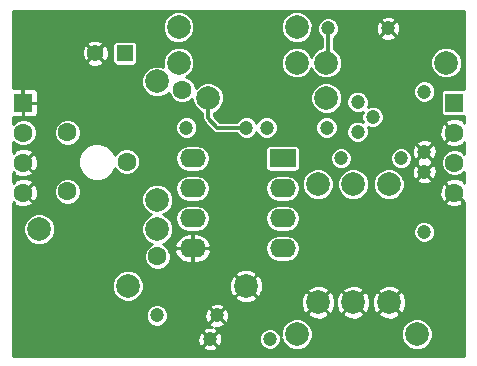
<source format=gtl>
G04 #@! TF.FileFunction,Copper,L1,Top,Signal*
%FSLAX46Y46*%
G04 Gerber Fmt 4.6, Leading zero omitted, Abs format (unit mm)*
G04 Created by KiCad (PCBNEW (2016-08-20 BZR 7083)-product) date Sun Jan  1 23:07:31 2017*
%MOMM*%
%LPD*%
G01*
G04 APERTURE LIST*
%ADD10C,0.100000*%
%ADD11C,1.200000*%
%ADD12R,1.400000X1.400000*%
%ADD13C,1.400000*%
%ADD14R,2.200000X1.600000*%
%ADD15O,2.200000X1.600000*%
%ADD16C,2.000000*%
%ADD17C,1.600000*%
%ADD18R,1.600000X1.600000*%
%ADD19C,0.900000*%
%ADD20C,0.300000*%
%ADD21C,0.290000*%
G04 APERTURE END LIST*
D10*
D11*
X35200000Y22740000D03*
X35200000Y17660000D03*
X35200000Y10860000D03*
X35200000Y15940000D03*
X27060000Y28100000D03*
X32140000Y28100000D03*
X22140000Y1800000D03*
X17060000Y1800000D03*
D12*
X9850000Y26000000D03*
D13*
X7350000Y26000000D03*
D11*
X33240000Y17100000D03*
X28160000Y17100000D03*
X26940000Y19700000D03*
X21860000Y19700000D03*
X20140000Y19700000D03*
X15060000Y19700000D03*
X12560000Y3800000D03*
X17640000Y3800000D03*
D14*
X23210000Y17110000D03*
D15*
X23210000Y14570000D03*
X23210000Y12030000D03*
X23210000Y9490000D03*
X15590000Y9490000D03*
X15590000Y12030000D03*
X15590000Y14570000D03*
X15590000Y17110000D03*
D16*
X37080000Y25200000D03*
X26920000Y25200000D03*
X34580000Y2200000D03*
X24420000Y2200000D03*
X24400000Y28200000D03*
X14400000Y28200000D03*
X14400000Y25200000D03*
X24400000Y25200000D03*
X32200000Y4900000D03*
X32200000Y14900000D03*
X29200000Y4900000D03*
X29200000Y14900000D03*
X26200000Y4900000D03*
X26200000Y14900000D03*
X26900000Y22200000D03*
X16900000Y22200000D03*
X12600000Y23600000D03*
X12600000Y13600000D03*
X20100000Y6300000D03*
X10100000Y6300000D03*
X12600000Y11100000D03*
X2600000Y11100000D03*
D17*
X10000000Y16800000D03*
X5000000Y14300000D03*
X5000000Y19300000D03*
D11*
X30835000Y20600000D03*
X29565000Y21870000D03*
X29565000Y19330000D03*
D17*
X37750000Y14190000D03*
X37750000Y16730000D03*
D18*
X37750000Y21810000D03*
D17*
X37750000Y19270000D03*
X1250000Y14190000D03*
X1250000Y16730000D03*
D18*
X1250000Y21810000D03*
D17*
X1250000Y19270000D03*
X14700000Y22900000D03*
X12600000Y8800000D03*
D19*
X25000000Y21700000D03*
X25100000Y16800000D03*
X30800000Y17400000D03*
X12200000Y28700000D03*
X18900000Y22200000D03*
X22600000Y23600000D03*
X22200000Y28800000D03*
X16000000Y26700000D03*
X32600000Y23400000D03*
X37900000Y28200000D03*
X30700000Y13400000D03*
X36700000Y8300000D03*
X37300000Y1600000D03*
X19500000Y17800000D03*
X19500000Y11100000D03*
X10600000Y24300000D03*
X7100000Y20800000D03*
X13600000Y21300000D03*
X13300000Y17400000D03*
X12300000Y6600000D03*
X13800000Y1100000D03*
X10200000Y3100000D03*
X5600000Y3100000D03*
X1500000Y3600000D03*
X2000000Y8200000D03*
X10500000Y10600000D03*
X7100000Y14000000D03*
X10900000Y15000000D03*
X1400000Y27700000D03*
D20*
X25100000Y16800000D02*
X26700000Y18400000D01*
X24500000Y21700000D02*
X25000000Y21700000D01*
X22600000Y23600000D02*
X24500000Y21700000D01*
X29800000Y17400000D02*
X30800000Y17400000D01*
X28800000Y18400000D02*
X29800000Y17400000D01*
X26700000Y18400000D02*
X28800000Y18400000D01*
X12200000Y28700000D02*
X12200000Y27300000D01*
X10050000Y28700000D02*
X12200000Y28700000D01*
X7350000Y26000000D02*
X10050000Y28700000D01*
X22600000Y28400000D02*
X22600000Y23600000D01*
X22200000Y28800000D02*
X22600000Y28400000D01*
X12800000Y26700000D02*
X16000000Y26700000D01*
X12200000Y27300000D02*
X12800000Y26700000D01*
X32600000Y20260000D02*
X32600000Y23400000D01*
X35200000Y17660000D02*
X32600000Y20260000D01*
X29200000Y4900000D02*
X30700000Y6400000D01*
X30700000Y6400000D02*
X30700000Y13400000D01*
X32200000Y4900000D02*
X33300000Y3800000D01*
X38500000Y13440000D02*
X37750000Y14190000D01*
X38500000Y12500000D02*
X38500000Y13440000D01*
X36700000Y10700000D02*
X38500000Y12500000D01*
X36700000Y8300000D02*
X36700000Y10700000D01*
X35100000Y3800000D02*
X37300000Y1600000D01*
X33300000Y3800000D02*
X35100000Y3800000D01*
X19500000Y11100000D02*
X19500000Y17800000D01*
X13300000Y17400000D02*
X10900000Y15000000D01*
X10600000Y24300000D02*
X7100000Y20800000D01*
X13600000Y21300000D02*
X13600000Y17700000D01*
X13600000Y17700000D02*
X13300000Y17400000D01*
X14500000Y4400000D02*
X12300000Y6600000D01*
X14500000Y1800000D02*
X14500000Y4400000D01*
X13800000Y1100000D02*
X14500000Y1800000D01*
X5600000Y3100000D02*
X10200000Y3100000D01*
X1500000Y7700000D02*
X1500000Y3600000D01*
X2000000Y8200000D02*
X1500000Y7700000D01*
X7100000Y14000000D02*
X10500000Y10600000D01*
X1250000Y21810000D02*
X1250000Y27550000D01*
X1250000Y27550000D02*
X1400000Y27700000D01*
X27060000Y28100000D02*
X27060000Y25340000D01*
X20140000Y19700000D02*
X17700000Y19700000D01*
X16900000Y20500000D02*
X16900000Y22200000D01*
X17700000Y19700000D02*
X16900000Y20500000D01*
D21*
G36*
X38605000Y22950818D02*
X38550000Y22961758D01*
X36950000Y22961758D01*
X36815388Y22934982D01*
X36701270Y22858730D01*
X36625018Y22744612D01*
X36598242Y22610000D01*
X36598242Y21010000D01*
X36625018Y20875388D01*
X36701270Y20761270D01*
X36815388Y20685018D01*
X36950000Y20658242D01*
X38550000Y20658242D01*
X38605000Y20669182D01*
X38605000Y20132074D01*
X38565385Y20092459D01*
X38492079Y20299890D01*
X38041469Y20505475D01*
X37546487Y20522971D01*
X37082487Y20349714D01*
X37007921Y20299890D01*
X36934614Y20092457D01*
X37750000Y19277071D01*
X37764143Y19291213D01*
X37771214Y19284142D01*
X37757071Y19270000D01*
X37771214Y19255857D01*
X37764143Y19248786D01*
X37750000Y19262929D01*
X36934614Y18447543D01*
X37007921Y18240110D01*
X37458531Y18034525D01*
X37953513Y18017029D01*
X38417513Y18190286D01*
X38492079Y18240110D01*
X38565385Y18447541D01*
X38605000Y18407926D01*
X38605000Y17494196D01*
X38399437Y17700118D01*
X37978754Y17874801D01*
X37523245Y17875198D01*
X37102257Y17701250D01*
X36779882Y17379437D01*
X36605199Y16958754D01*
X36604802Y16503245D01*
X36778750Y16082257D01*
X37100563Y15759882D01*
X37521246Y15585199D01*
X37976755Y15584802D01*
X38397743Y15758750D01*
X38605000Y15965646D01*
X38605000Y15052074D01*
X38565385Y15012459D01*
X38492079Y15219890D01*
X38041469Y15425475D01*
X37546487Y15442971D01*
X37082487Y15269714D01*
X37007921Y15219890D01*
X36934614Y15012457D01*
X37750000Y14197071D01*
X37764143Y14211213D01*
X37771214Y14204142D01*
X37757071Y14190000D01*
X37771214Y14175857D01*
X37764143Y14168786D01*
X37750000Y14182929D01*
X36934614Y13367543D01*
X37007921Y13160110D01*
X37458531Y12954525D01*
X37953513Y12937029D01*
X38417513Y13110286D01*
X38492079Y13160110D01*
X38565385Y13367541D01*
X38605000Y13327926D01*
X38605000Y395000D01*
X395000Y395000D01*
X395000Y1121736D01*
X16388807Y1121736D01*
X16437783Y935085D01*
X16816135Y762811D01*
X17231613Y748439D01*
X17620965Y894158D01*
X17682217Y935085D01*
X17731193Y1121736D01*
X17060000Y1792929D01*
X16388807Y1121736D01*
X395000Y1121736D01*
X395000Y1628387D01*
X16008439Y1628387D01*
X16154158Y1239035D01*
X16195085Y1177783D01*
X16381736Y1128807D01*
X17052929Y1800000D01*
X17067071Y1800000D01*
X17738264Y1128807D01*
X17924915Y1177783D01*
X18097189Y1556135D01*
X18099150Y1612852D01*
X21194836Y1612852D01*
X21338401Y1265400D01*
X21604001Y999335D01*
X21951203Y855164D01*
X22327148Y854836D01*
X22674600Y998401D01*
X22940665Y1264001D01*
X23084836Y1611203D01*
X23085096Y1908640D01*
X23279100Y1439114D01*
X23657124Y1060429D01*
X24151289Y855234D01*
X24686363Y854767D01*
X25180886Y1059100D01*
X25559571Y1437124D01*
X25764766Y1931289D01*
X25764768Y1933637D01*
X33234767Y1933637D01*
X33439100Y1439114D01*
X33817124Y1060429D01*
X34311289Y855234D01*
X34846363Y854767D01*
X35340886Y1059100D01*
X35719571Y1437124D01*
X35924766Y1931289D01*
X35925233Y2466363D01*
X35720900Y2960886D01*
X35342876Y3339571D01*
X34848711Y3544766D01*
X34313637Y3545233D01*
X33819114Y3340900D01*
X33440429Y2962876D01*
X33235234Y2468711D01*
X33234767Y1933637D01*
X25764768Y1933637D01*
X25765233Y2466363D01*
X25560900Y2960886D01*
X25182876Y3339571D01*
X24688711Y3544766D01*
X24153637Y3545233D01*
X23659114Y3340900D01*
X23280429Y2962876D01*
X23075234Y2468711D01*
X23074836Y2012145D01*
X22941599Y2334600D01*
X22675999Y2600665D01*
X22328797Y2744836D01*
X21952852Y2745164D01*
X21605400Y2601599D01*
X21339335Y2335999D01*
X21195164Y1988797D01*
X21194836Y1612852D01*
X18099150Y1612852D01*
X18111561Y1971613D01*
X17965842Y2360965D01*
X17924915Y2422217D01*
X17738264Y2471193D01*
X17067071Y1800000D01*
X17052929Y1800000D01*
X16381736Y2471193D01*
X16195085Y2422217D01*
X16022811Y2043865D01*
X16008439Y1628387D01*
X395000Y1628387D01*
X395000Y2478264D01*
X16388807Y2478264D01*
X17060000Y1807071D01*
X17731193Y2478264D01*
X17682217Y2664915D01*
X17473060Y2760150D01*
X17811613Y2748439D01*
X18200965Y2894158D01*
X18262217Y2935085D01*
X18311193Y3121736D01*
X17640000Y3792929D01*
X16968807Y3121736D01*
X17017783Y2935085D01*
X17226940Y2839850D01*
X16888387Y2851561D01*
X16499035Y2705842D01*
X16437783Y2664915D01*
X16388807Y2478264D01*
X395000Y2478264D01*
X395000Y3612852D01*
X11614836Y3612852D01*
X11758401Y3265400D01*
X12024001Y2999335D01*
X12371203Y2855164D01*
X12747148Y2854836D01*
X13094600Y2998401D01*
X13360665Y3264001D01*
X13504836Y3611203D01*
X13504850Y3628387D01*
X16588439Y3628387D01*
X16734158Y3239035D01*
X16775085Y3177783D01*
X16961736Y3128807D01*
X17632929Y3800000D01*
X17647071Y3800000D01*
X18318264Y3128807D01*
X18504915Y3177783D01*
X18677189Y3556135D01*
X18690237Y3933350D01*
X25240421Y3933350D01*
X25338060Y3705136D01*
X25860926Y3466240D01*
X26435413Y3445620D01*
X26974061Y3646416D01*
X27061940Y3705136D01*
X27159579Y3933350D01*
X28240421Y3933350D01*
X28338060Y3705136D01*
X28860926Y3466240D01*
X29435413Y3445620D01*
X29974061Y3646416D01*
X30061940Y3705136D01*
X30159579Y3933350D01*
X31240421Y3933350D01*
X31338060Y3705136D01*
X31860926Y3466240D01*
X32435413Y3445620D01*
X32974061Y3646416D01*
X33061940Y3705136D01*
X33159579Y3933350D01*
X32200000Y4892929D01*
X31240421Y3933350D01*
X30159579Y3933350D01*
X29200000Y4892929D01*
X28240421Y3933350D01*
X27159579Y3933350D01*
X26200000Y4892929D01*
X25240421Y3933350D01*
X18690237Y3933350D01*
X18691561Y3971613D01*
X18545842Y4360965D01*
X18504915Y4422217D01*
X18318264Y4471193D01*
X17647071Y3800000D01*
X17632929Y3800000D01*
X16961736Y4471193D01*
X16775085Y4422217D01*
X16602811Y4043865D01*
X16588439Y3628387D01*
X13504850Y3628387D01*
X13505164Y3987148D01*
X13361599Y4334600D01*
X13218187Y4478264D01*
X16968807Y4478264D01*
X17640000Y3807071D01*
X18311193Y4478264D01*
X18262304Y4664587D01*
X24745620Y4664587D01*
X24946416Y4125939D01*
X25005136Y4038060D01*
X25233350Y3940421D01*
X26192929Y4900000D01*
X26207071Y4900000D01*
X27166650Y3940421D01*
X27394864Y4038060D01*
X27633760Y4560926D01*
X27637480Y4664587D01*
X27745620Y4664587D01*
X27946416Y4125939D01*
X28005136Y4038060D01*
X28233350Y3940421D01*
X29192929Y4900000D01*
X29207071Y4900000D01*
X30166650Y3940421D01*
X30394864Y4038060D01*
X30633760Y4560926D01*
X30637480Y4664587D01*
X30745620Y4664587D01*
X30946416Y4125939D01*
X31005136Y4038060D01*
X31233350Y3940421D01*
X32192929Y4900000D01*
X32207071Y4900000D01*
X33166650Y3940421D01*
X33394864Y4038060D01*
X33633760Y4560926D01*
X33654380Y5135413D01*
X33453584Y5674061D01*
X33394864Y5761940D01*
X33166650Y5859579D01*
X32207071Y4900000D01*
X32192929Y4900000D01*
X31233350Y5859579D01*
X31005136Y5761940D01*
X30766240Y5239074D01*
X30745620Y4664587D01*
X30637480Y4664587D01*
X30654380Y5135413D01*
X30453584Y5674061D01*
X30394864Y5761940D01*
X30166650Y5859579D01*
X29207071Y4900000D01*
X29192929Y4900000D01*
X28233350Y5859579D01*
X28005136Y5761940D01*
X27766240Y5239074D01*
X27745620Y4664587D01*
X27637480Y4664587D01*
X27654380Y5135413D01*
X27453584Y5674061D01*
X27394864Y5761940D01*
X27166650Y5859579D01*
X26207071Y4900000D01*
X26192929Y4900000D01*
X25233350Y5859579D01*
X25005136Y5761940D01*
X24766240Y5239074D01*
X24745620Y4664587D01*
X18262304Y4664587D01*
X18262217Y4664915D01*
X17883865Y4837189D01*
X17468387Y4851561D01*
X17079035Y4705842D01*
X17017783Y4664915D01*
X16968807Y4478264D01*
X13218187Y4478264D01*
X13095999Y4600665D01*
X12748797Y4744836D01*
X12372852Y4745164D01*
X12025400Y4601599D01*
X11759335Y4335999D01*
X11615164Y3988797D01*
X11614836Y3612852D01*
X395000Y3612852D01*
X395000Y6033637D01*
X8754767Y6033637D01*
X8959100Y5539114D01*
X9337124Y5160429D01*
X9831289Y4955234D01*
X10366363Y4954767D01*
X10860886Y5159100D01*
X11035440Y5333350D01*
X19140421Y5333350D01*
X19238060Y5105136D01*
X19760926Y4866240D01*
X20335413Y4845620D01*
X20874061Y5046416D01*
X20961940Y5105136D01*
X21059579Y5333350D01*
X20100000Y6292929D01*
X19140421Y5333350D01*
X11035440Y5333350D01*
X11239571Y5537124D01*
X11444766Y6031289D01*
X11444795Y6064587D01*
X18645620Y6064587D01*
X18846416Y5525939D01*
X18905136Y5438060D01*
X19133350Y5340421D01*
X20092929Y6300000D01*
X20107071Y6300000D01*
X21066650Y5340421D01*
X21294864Y5438060D01*
X21490685Y5866650D01*
X25240421Y5866650D01*
X26200000Y4907071D01*
X27159579Y5866650D01*
X28240421Y5866650D01*
X29200000Y4907071D01*
X30159579Y5866650D01*
X31240421Y5866650D01*
X32200000Y4907071D01*
X33159579Y5866650D01*
X33061940Y6094864D01*
X32539074Y6333760D01*
X31964587Y6354380D01*
X31425939Y6153584D01*
X31338060Y6094864D01*
X31240421Y5866650D01*
X30159579Y5866650D01*
X30061940Y6094864D01*
X29539074Y6333760D01*
X28964587Y6354380D01*
X28425939Y6153584D01*
X28338060Y6094864D01*
X28240421Y5866650D01*
X27159579Y5866650D01*
X27061940Y6094864D01*
X26539074Y6333760D01*
X25964587Y6354380D01*
X25425939Y6153584D01*
X25338060Y6094864D01*
X25240421Y5866650D01*
X21490685Y5866650D01*
X21533760Y5960926D01*
X21554380Y6535413D01*
X21353584Y7074061D01*
X21294864Y7161940D01*
X21066650Y7259579D01*
X20107071Y6300000D01*
X20092929Y6300000D01*
X19133350Y7259579D01*
X18905136Y7161940D01*
X18666240Y6639074D01*
X18645620Y6064587D01*
X11444795Y6064587D01*
X11445233Y6566363D01*
X11240900Y7060886D01*
X11035496Y7266650D01*
X19140421Y7266650D01*
X20100000Y6307071D01*
X21059579Y7266650D01*
X20961940Y7494864D01*
X20439074Y7733760D01*
X19864587Y7754380D01*
X19325939Y7553584D01*
X19238060Y7494864D01*
X19140421Y7266650D01*
X11035496Y7266650D01*
X10862876Y7439571D01*
X10368711Y7644766D01*
X9833637Y7645233D01*
X9339114Y7440900D01*
X8960429Y7062876D01*
X8755234Y6568711D01*
X8754767Y6033637D01*
X395000Y6033637D01*
X395000Y10833637D01*
X1254767Y10833637D01*
X1459100Y10339114D01*
X1837124Y9960429D01*
X2331289Y9755234D01*
X2866363Y9754767D01*
X3360886Y9959100D01*
X3739571Y10337124D01*
X3944766Y10831289D01*
X3945233Y11366363D01*
X3740900Y11860886D01*
X3362876Y12239571D01*
X2868711Y12444766D01*
X2333637Y12445233D01*
X1839114Y12240900D01*
X1460429Y11862876D01*
X1255234Y11368711D01*
X1254767Y10833637D01*
X395000Y10833637D01*
X395000Y13327926D01*
X434615Y13367541D01*
X507921Y13160110D01*
X958531Y12954525D01*
X1453513Y12937029D01*
X1917513Y13110286D01*
X1992079Y13160110D01*
X2065386Y13367543D01*
X1250000Y14182929D01*
X1235858Y14168786D01*
X1228787Y14175857D01*
X1242929Y14190000D01*
X1257071Y14190000D01*
X2072457Y13374614D01*
X2279890Y13447921D01*
X2485475Y13898531D01*
X2491650Y14073245D01*
X3854802Y14073245D01*
X4028750Y13652257D01*
X4350563Y13329882D01*
X4771246Y13155199D01*
X5226755Y13154802D01*
X5647743Y13328750D01*
X5652638Y13333637D01*
X11254767Y13333637D01*
X11459100Y12839114D01*
X11837124Y12460429D01*
X12103111Y12349982D01*
X11839114Y12240900D01*
X11460429Y11862876D01*
X11255234Y11368711D01*
X11254767Y10833637D01*
X11459100Y10339114D01*
X11837124Y9960429D01*
X12122908Y9841761D01*
X11952257Y9771250D01*
X11629882Y9449437D01*
X11455199Y9028754D01*
X11454802Y8573245D01*
X11628750Y8152257D01*
X11950563Y7829882D01*
X12371246Y7655199D01*
X12826755Y7654802D01*
X13247743Y7828750D01*
X13570118Y8150563D01*
X13744801Y8571246D01*
X13745198Y9026755D01*
X13636304Y9290302D01*
X14061120Y9290302D01*
X14137857Y9018178D01*
X14406117Y8613187D01*
X14808940Y8341683D01*
X15285000Y8245000D01*
X15585000Y8245000D01*
X15585000Y9485000D01*
X15595000Y9485000D01*
X15595000Y8245000D01*
X15895000Y8245000D01*
X16371060Y8341683D01*
X16773883Y8613187D01*
X17042143Y9018178D01*
X17118880Y9290302D01*
X17023739Y9485000D01*
X15595000Y9485000D01*
X15585000Y9485000D01*
X14156261Y9485000D01*
X14061120Y9290302D01*
X13636304Y9290302D01*
X13571250Y9447743D01*
X13529067Y9490000D01*
X21736691Y9490000D01*
X21823849Y9051827D01*
X22072054Y8680363D01*
X22443518Y8432158D01*
X22881691Y8345000D01*
X23538309Y8345000D01*
X23976482Y8432158D01*
X24347946Y8680363D01*
X24596151Y9051827D01*
X24683309Y9490000D01*
X24596151Y9928173D01*
X24347946Y10299637D01*
X23976482Y10547842D01*
X23538309Y10635000D01*
X22881691Y10635000D01*
X22443518Y10547842D01*
X22072054Y10299637D01*
X21823849Y9928173D01*
X21736691Y9490000D01*
X13529067Y9490000D01*
X13329717Y9689698D01*
X14061120Y9689698D01*
X14156261Y9495000D01*
X15585000Y9495000D01*
X15585000Y10735000D01*
X15595000Y10735000D01*
X15595000Y9495000D01*
X17023739Y9495000D01*
X17118880Y9689698D01*
X17042143Y9961822D01*
X16773883Y10366813D01*
X16371060Y10638317D01*
X16201013Y10672852D01*
X34254836Y10672852D01*
X34398401Y10325400D01*
X34664001Y10059335D01*
X35011203Y9915164D01*
X35387148Y9914836D01*
X35734600Y10058401D01*
X36000665Y10324001D01*
X36144836Y10671203D01*
X36145164Y11047148D01*
X36001599Y11394600D01*
X35735999Y11660665D01*
X35388797Y11804836D01*
X35012852Y11805164D01*
X34665400Y11661599D01*
X34399335Y11395999D01*
X34255164Y11048797D01*
X34254836Y10672852D01*
X16201013Y10672852D01*
X15895000Y10735000D01*
X15595000Y10735000D01*
X15585000Y10735000D01*
X15285000Y10735000D01*
X14808940Y10638317D01*
X14406117Y10366813D01*
X14137857Y9961822D01*
X14061120Y9689698D01*
X13329717Y9689698D01*
X13249437Y9770118D01*
X13076903Y9841760D01*
X13360886Y9959100D01*
X13739571Y10337124D01*
X13944766Y10831289D01*
X13945233Y11366363D01*
X13740900Y11860886D01*
X13572082Y12030000D01*
X14116691Y12030000D01*
X14203849Y11591827D01*
X14452054Y11220363D01*
X14823518Y10972158D01*
X15261691Y10885000D01*
X15918309Y10885000D01*
X16356482Y10972158D01*
X16727946Y11220363D01*
X16976151Y11591827D01*
X17063309Y12030000D01*
X21736691Y12030000D01*
X21823849Y11591827D01*
X22072054Y11220363D01*
X22443518Y10972158D01*
X22881691Y10885000D01*
X23538309Y10885000D01*
X23976482Y10972158D01*
X24347946Y11220363D01*
X24596151Y11591827D01*
X24683309Y12030000D01*
X24596151Y12468173D01*
X24347946Y12839637D01*
X23976482Y13087842D01*
X23538309Y13175000D01*
X22881691Y13175000D01*
X22443518Y13087842D01*
X22072054Y12839637D01*
X21823849Y12468173D01*
X21736691Y12030000D01*
X17063309Y12030000D01*
X16976151Y12468173D01*
X16727946Y12839637D01*
X16356482Y13087842D01*
X15918309Y13175000D01*
X15261691Y13175000D01*
X14823518Y13087842D01*
X14452054Y12839637D01*
X14203849Y12468173D01*
X14116691Y12030000D01*
X13572082Y12030000D01*
X13362876Y12239571D01*
X13096889Y12350018D01*
X13360886Y12459100D01*
X13739571Y12837124D01*
X13944766Y13331289D01*
X13945233Y13866363D01*
X13740900Y14360886D01*
X13532152Y14570000D01*
X14116691Y14570000D01*
X14203849Y14131827D01*
X14452054Y13760363D01*
X14823518Y13512158D01*
X15261691Y13425000D01*
X15918309Y13425000D01*
X16356482Y13512158D01*
X16727946Y13760363D01*
X16976151Y14131827D01*
X17063309Y14570000D01*
X21736691Y14570000D01*
X21823849Y14131827D01*
X22072054Y13760363D01*
X22443518Y13512158D01*
X22881691Y13425000D01*
X23538309Y13425000D01*
X23976482Y13512158D01*
X24347946Y13760363D01*
X24596151Y14131827D01*
X24683309Y14570000D01*
X24670651Y14633637D01*
X24854767Y14633637D01*
X25059100Y14139114D01*
X25437124Y13760429D01*
X25931289Y13555234D01*
X26466363Y13554767D01*
X26960886Y13759100D01*
X27339571Y14137124D01*
X27544766Y14631289D01*
X27544768Y14633637D01*
X27854767Y14633637D01*
X28059100Y14139114D01*
X28437124Y13760429D01*
X28931289Y13555234D01*
X29466363Y13554767D01*
X29960886Y13759100D01*
X30339571Y14137124D01*
X30544766Y14631289D01*
X30544768Y14633637D01*
X30854767Y14633637D01*
X31059100Y14139114D01*
X31437124Y13760429D01*
X31931289Y13555234D01*
X32466363Y13554767D01*
X32960886Y13759100D01*
X33188670Y13986487D01*
X36497029Y13986487D01*
X36670286Y13522487D01*
X36720110Y13447921D01*
X36927543Y13374614D01*
X37742929Y14190000D01*
X36927543Y15005386D01*
X36720110Y14932079D01*
X36514525Y14481469D01*
X36497029Y13986487D01*
X33188670Y13986487D01*
X33339571Y14137124D01*
X33544766Y14631289D01*
X33545233Y15166363D01*
X33505826Y15261736D01*
X34528807Y15261736D01*
X34577783Y15075085D01*
X34956135Y14902811D01*
X35371613Y14888439D01*
X35760965Y15034158D01*
X35822217Y15075085D01*
X35871193Y15261736D01*
X35200000Y15932929D01*
X34528807Y15261736D01*
X33505826Y15261736D01*
X33340900Y15660886D01*
X33233587Y15768387D01*
X34148439Y15768387D01*
X34294158Y15379035D01*
X34335085Y15317783D01*
X34521736Y15268807D01*
X35192929Y15940000D01*
X35207071Y15940000D01*
X35878264Y15268807D01*
X36064915Y15317783D01*
X36237189Y15696135D01*
X36251561Y16111613D01*
X36105842Y16500965D01*
X36064915Y16562217D01*
X35878264Y16611193D01*
X35207071Y15940000D01*
X35192929Y15940000D01*
X34521736Y16611193D01*
X34335085Y16562217D01*
X34162811Y16183865D01*
X34148439Y15768387D01*
X33233587Y15768387D01*
X32962876Y16039571D01*
X32468711Y16244766D01*
X31933637Y16245233D01*
X31439114Y16040900D01*
X31060429Y15662876D01*
X30855234Y15168711D01*
X30854767Y14633637D01*
X30544768Y14633637D01*
X30545233Y15166363D01*
X30340900Y15660886D01*
X29962876Y16039571D01*
X29468711Y16244766D01*
X28933637Y16245233D01*
X28439114Y16040900D01*
X28060429Y15662876D01*
X27855234Y15168711D01*
X27854767Y14633637D01*
X27544768Y14633637D01*
X27545233Y15166363D01*
X27340900Y15660886D01*
X26962876Y16039571D01*
X26468711Y16244766D01*
X25933637Y16245233D01*
X25439114Y16040900D01*
X25060429Y15662876D01*
X24855234Y15168711D01*
X24854767Y14633637D01*
X24670651Y14633637D01*
X24596151Y15008173D01*
X24347946Y15379637D01*
X23976482Y15627842D01*
X23538309Y15715000D01*
X22881691Y15715000D01*
X22443518Y15627842D01*
X22072054Y15379637D01*
X21823849Y15008173D01*
X21736691Y14570000D01*
X17063309Y14570000D01*
X16976151Y15008173D01*
X16727946Y15379637D01*
X16356482Y15627842D01*
X15918309Y15715000D01*
X15261691Y15715000D01*
X14823518Y15627842D01*
X14452054Y15379637D01*
X14203849Y15008173D01*
X14116691Y14570000D01*
X13532152Y14570000D01*
X13362876Y14739571D01*
X12868711Y14944766D01*
X12333637Y14945233D01*
X11839114Y14740900D01*
X11460429Y14362876D01*
X11255234Y13868711D01*
X11254767Y13333637D01*
X5652638Y13333637D01*
X5970118Y13650563D01*
X6144801Y14071246D01*
X6145198Y14526755D01*
X5971250Y14947743D01*
X5649437Y15270118D01*
X5228754Y15444801D01*
X4773245Y15445198D01*
X4352257Y15271250D01*
X4029882Y14949437D01*
X3855199Y14528754D01*
X3854802Y14073245D01*
X2491650Y14073245D01*
X2502971Y14393513D01*
X2329714Y14857513D01*
X2279890Y14932079D01*
X2072457Y15005386D01*
X1257071Y14190000D01*
X1242929Y14190000D01*
X1228787Y14204142D01*
X1235858Y14211213D01*
X1250000Y14197071D01*
X2065386Y15012457D01*
X1992079Y15219890D01*
X1541469Y15425475D01*
X1046487Y15442971D01*
X582487Y15269714D01*
X507921Y15219890D01*
X434615Y15012459D01*
X395000Y15052074D01*
X395000Y15867926D01*
X434615Y15907541D01*
X507921Y15700110D01*
X958531Y15494525D01*
X1453513Y15477029D01*
X1917513Y15650286D01*
X1992079Y15700110D01*
X2065386Y15907543D01*
X1250000Y16722929D01*
X1235858Y16708786D01*
X1228787Y16715857D01*
X1242929Y16730000D01*
X1257071Y16730000D01*
X2072457Y15914614D01*
X2279890Y15987921D01*
X2485475Y16438531D01*
X2487086Y16484127D01*
X5904724Y16484127D01*
X6147036Y15897685D01*
X6595325Y15448613D01*
X7181343Y15205277D01*
X7815873Y15204724D01*
X8402315Y15447036D01*
X8851387Y15895325D01*
X8993500Y16237570D01*
X9028750Y16152257D01*
X9350563Y15829882D01*
X9771246Y15655199D01*
X10226755Y15654802D01*
X10647743Y15828750D01*
X10970118Y16150563D01*
X11144801Y16571246D01*
X11145198Y17026755D01*
X11110803Y17110000D01*
X14116691Y17110000D01*
X14203849Y16671827D01*
X14452054Y16300363D01*
X14823518Y16052158D01*
X15261691Y15965000D01*
X15918309Y15965000D01*
X16356482Y16052158D01*
X16727946Y16300363D01*
X16976151Y16671827D01*
X17063309Y17110000D01*
X16976151Y17548173D01*
X16734386Y17910000D01*
X21758242Y17910000D01*
X21758242Y16310000D01*
X21785018Y16175388D01*
X21861270Y16061270D01*
X21975388Y15985018D01*
X22110000Y15958242D01*
X24310000Y15958242D01*
X24444612Y15985018D01*
X24558730Y16061270D01*
X24634982Y16175388D01*
X24661758Y16310000D01*
X24661758Y16912852D01*
X27214836Y16912852D01*
X27358401Y16565400D01*
X27624001Y16299335D01*
X27971203Y16155164D01*
X28347148Y16154836D01*
X28694600Y16298401D01*
X28960665Y16564001D01*
X29104836Y16911203D01*
X29104837Y16912852D01*
X32294836Y16912852D01*
X32438401Y16565400D01*
X32704001Y16299335D01*
X33051203Y16155164D01*
X33427148Y16154836D01*
X33774600Y16298401D01*
X34040665Y16564001D01*
X34184836Y16911203D01*
X34184897Y16981736D01*
X34528807Y16981736D01*
X34576493Y16800000D01*
X34528807Y16618264D01*
X35200000Y15947071D01*
X35871193Y16618264D01*
X35823507Y16800000D01*
X35871193Y16981736D01*
X35200000Y17652929D01*
X34528807Y16981736D01*
X34184897Y16981736D01*
X34185164Y17287148D01*
X34102014Y17488387D01*
X34148439Y17488387D01*
X34294158Y17099035D01*
X34335085Y17037783D01*
X34521736Y16988807D01*
X35192929Y17660000D01*
X35207071Y17660000D01*
X35878264Y16988807D01*
X36064915Y17037783D01*
X36237189Y17416135D01*
X36251561Y17831613D01*
X36105842Y18220965D01*
X36064915Y18282217D01*
X35878264Y18331193D01*
X35207071Y17660000D01*
X35192929Y17660000D01*
X34521736Y18331193D01*
X34335085Y18282217D01*
X34162811Y17903865D01*
X34148439Y17488387D01*
X34102014Y17488387D01*
X34041599Y17634600D01*
X33775999Y17900665D01*
X33428797Y18044836D01*
X33052852Y18045164D01*
X32705400Y17901599D01*
X32439335Y17635999D01*
X32295164Y17288797D01*
X32294836Y16912852D01*
X29104837Y16912852D01*
X29105164Y17287148D01*
X28961599Y17634600D01*
X28695999Y17900665D01*
X28348797Y18044836D01*
X27972852Y18045164D01*
X27625400Y17901599D01*
X27359335Y17635999D01*
X27215164Y17288797D01*
X27214836Y16912852D01*
X24661758Y16912852D01*
X24661758Y17910000D01*
X24634982Y18044612D01*
X24558730Y18158730D01*
X24444612Y18234982D01*
X24310000Y18261758D01*
X22110000Y18261758D01*
X21975388Y18234982D01*
X21861270Y18158730D01*
X21785018Y18044612D01*
X21758242Y17910000D01*
X16734386Y17910000D01*
X16727946Y17919637D01*
X16356482Y18167842D01*
X15918309Y18255000D01*
X15261691Y18255000D01*
X14823518Y18167842D01*
X14452054Y17919637D01*
X14203849Y17548173D01*
X14116691Y17110000D01*
X11110803Y17110000D01*
X10971250Y17447743D01*
X10649437Y17770118D01*
X10228754Y17944801D01*
X9773245Y17945198D01*
X9352257Y17771250D01*
X9029882Y17449437D01*
X8993577Y17362005D01*
X8852964Y17702315D01*
X8404675Y18151387D01*
X7954626Y18338264D01*
X34528807Y18338264D01*
X35200000Y17667071D01*
X35871193Y18338264D01*
X35822217Y18524915D01*
X35443865Y18697189D01*
X35028387Y18711561D01*
X34639035Y18565842D01*
X34577783Y18524915D01*
X34528807Y18338264D01*
X7954626Y18338264D01*
X7818657Y18394723D01*
X7184127Y18395276D01*
X6597685Y18152964D01*
X6148613Y17704675D01*
X5905277Y17118657D01*
X5904724Y16484127D01*
X2487086Y16484127D01*
X2502971Y16933513D01*
X2329714Y17397513D01*
X2279890Y17472079D01*
X2072457Y17545386D01*
X1257071Y16730000D01*
X1242929Y16730000D01*
X1228787Y16744142D01*
X1235858Y16751213D01*
X1250000Y16737071D01*
X2065386Y17552457D01*
X1992079Y17759890D01*
X1541469Y17965475D01*
X1046487Y17982971D01*
X582487Y17809714D01*
X507921Y17759890D01*
X434615Y17552459D01*
X395000Y17592074D01*
X395000Y18505804D01*
X600563Y18299882D01*
X1021246Y18125199D01*
X1476755Y18124802D01*
X1897743Y18298750D01*
X2220118Y18620563D01*
X2394801Y19041246D01*
X2394828Y19073245D01*
X3854802Y19073245D01*
X4028750Y18652257D01*
X4350563Y18329882D01*
X4771246Y18155199D01*
X5226755Y18154802D01*
X5647743Y18328750D01*
X5970118Y18650563D01*
X6144801Y19071246D01*
X6145185Y19512852D01*
X14114836Y19512852D01*
X14258401Y19165400D01*
X14524001Y18899335D01*
X14871203Y18755164D01*
X15247148Y18754836D01*
X15594600Y18898401D01*
X15860665Y19164001D01*
X16004836Y19511203D01*
X16005164Y19887148D01*
X15861599Y20234600D01*
X15595999Y20500665D01*
X15248797Y20644836D01*
X14872852Y20645164D01*
X14525400Y20501599D01*
X14259335Y20235999D01*
X14115164Y19888797D01*
X14114836Y19512852D01*
X6145185Y19512852D01*
X6145198Y19526755D01*
X5971250Y19947743D01*
X5649437Y20270118D01*
X5228754Y20444801D01*
X4773245Y20445198D01*
X4352257Y20271250D01*
X4029882Y19949437D01*
X3855199Y19528754D01*
X3854802Y19073245D01*
X2394828Y19073245D01*
X2395198Y19496755D01*
X2221250Y19917743D01*
X1899437Y20240118D01*
X1478754Y20414801D01*
X1023245Y20415198D01*
X602257Y20241250D01*
X395000Y20034354D01*
X395000Y20565000D01*
X1133750Y20565000D01*
X1245000Y20676250D01*
X1245000Y21805000D01*
X1255000Y21805000D01*
X1255000Y20676250D01*
X1366250Y20565000D01*
X2138516Y20565000D01*
X2302072Y20632747D01*
X2427253Y20757928D01*
X2495000Y20921484D01*
X2495000Y21693750D01*
X2383750Y21805000D01*
X1255000Y21805000D01*
X1245000Y21805000D01*
X1225000Y21805000D01*
X1225000Y21815000D01*
X1245000Y21815000D01*
X1245000Y22943750D01*
X1255000Y22943750D01*
X1255000Y21815000D01*
X2383750Y21815000D01*
X2495000Y21926250D01*
X2495000Y22698516D01*
X2427253Y22862072D01*
X2302072Y22987253D01*
X2138516Y23055000D01*
X1366250Y23055000D01*
X1255000Y22943750D01*
X1245000Y22943750D01*
X1133750Y23055000D01*
X395000Y23055000D01*
X395000Y23333637D01*
X11254767Y23333637D01*
X11459100Y22839114D01*
X11837124Y22460429D01*
X12331289Y22255234D01*
X12866363Y22254767D01*
X13360886Y22459100D01*
X13560819Y22658684D01*
X13728750Y22252257D01*
X14050563Y21929882D01*
X14471246Y21755199D01*
X14926755Y21754802D01*
X15347743Y21928750D01*
X15554943Y22135589D01*
X15554767Y21933637D01*
X15759100Y21439114D01*
X16137124Y21060429D01*
X16405000Y20949197D01*
X16405000Y20500000D01*
X16442680Y20310572D01*
X16549982Y20149982D01*
X17349982Y19349982D01*
X17510572Y19242680D01*
X17700000Y19205000D01*
X19322039Y19205000D01*
X19338401Y19165400D01*
X19604001Y18899335D01*
X19951203Y18755164D01*
X20327148Y18754836D01*
X20674600Y18898401D01*
X20940665Y19164001D01*
X20999968Y19306818D01*
X21058401Y19165400D01*
X21324001Y18899335D01*
X21671203Y18755164D01*
X22047148Y18754836D01*
X22394600Y18898401D01*
X22660665Y19164001D01*
X22804836Y19511203D01*
X22804837Y19512852D01*
X25994836Y19512852D01*
X26138401Y19165400D01*
X26404001Y18899335D01*
X26751203Y18755164D01*
X27127148Y18754836D01*
X27474600Y18898401D01*
X27740665Y19164001D01*
X27884836Y19511203D01*
X27885164Y19887148D01*
X27741599Y20234600D01*
X27475999Y20500665D01*
X27128797Y20644836D01*
X26752852Y20645164D01*
X26405400Y20501599D01*
X26139335Y20235999D01*
X25995164Y19888797D01*
X25994836Y19512852D01*
X22804837Y19512852D01*
X22805164Y19887148D01*
X22661599Y20234600D01*
X22395999Y20500665D01*
X22048797Y20644836D01*
X21672852Y20645164D01*
X21325400Y20501599D01*
X21059335Y20235999D01*
X21000032Y20093182D01*
X20941599Y20234600D01*
X20675999Y20500665D01*
X20328797Y20644836D01*
X19952852Y20645164D01*
X19605400Y20501599D01*
X19339335Y20235999D01*
X19322311Y20195000D01*
X17905036Y20195000D01*
X17395000Y20705036D01*
X17395000Y20949238D01*
X17660886Y21059100D01*
X18039571Y21437124D01*
X18244766Y21931289D01*
X18244768Y21933637D01*
X25554767Y21933637D01*
X25759100Y21439114D01*
X26137124Y21060429D01*
X26631289Y20855234D01*
X27166363Y20854767D01*
X27660886Y21059100D01*
X28039571Y21437124D01*
X28141606Y21682852D01*
X28619836Y21682852D01*
X28763401Y21335400D01*
X29029001Y21069335D01*
X29376203Y20925164D01*
X29752148Y20924836D01*
X29986936Y21021849D01*
X29890164Y20788797D01*
X29889836Y20412852D01*
X29986849Y20178064D01*
X29753797Y20274836D01*
X29377852Y20275164D01*
X29030400Y20131599D01*
X28764335Y19865999D01*
X28620164Y19518797D01*
X28619836Y19142852D01*
X28763401Y18795400D01*
X29029001Y18529335D01*
X29376203Y18385164D01*
X29752148Y18384836D01*
X30099600Y18528401D01*
X30365665Y18794001D01*
X30478811Y19066487D01*
X36497029Y19066487D01*
X36670286Y18602487D01*
X36720110Y18527921D01*
X36927543Y18454614D01*
X37742929Y19270000D01*
X36927543Y20085386D01*
X36720110Y20012079D01*
X36514525Y19561469D01*
X36497029Y19066487D01*
X30478811Y19066487D01*
X30509836Y19141203D01*
X30510164Y19517148D01*
X30413151Y19751936D01*
X30646203Y19655164D01*
X31022148Y19654836D01*
X31369600Y19798401D01*
X31635665Y20064001D01*
X31779836Y20411203D01*
X31780164Y20787148D01*
X31636599Y21134600D01*
X31370999Y21400665D01*
X31023797Y21544836D01*
X30647852Y21545164D01*
X30413064Y21448151D01*
X30509836Y21681203D01*
X30510164Y22057148D01*
X30366599Y22404600D01*
X30218607Y22552852D01*
X34254836Y22552852D01*
X34398401Y22205400D01*
X34664001Y21939335D01*
X35011203Y21795164D01*
X35387148Y21794836D01*
X35734600Y21938401D01*
X36000665Y22204001D01*
X36144836Y22551203D01*
X36145164Y22927148D01*
X36001599Y23274600D01*
X35735999Y23540665D01*
X35388797Y23684836D01*
X35012852Y23685164D01*
X34665400Y23541599D01*
X34399335Y23275999D01*
X34255164Y22928797D01*
X34254836Y22552852D01*
X30218607Y22552852D01*
X30100999Y22670665D01*
X29753797Y22814836D01*
X29377852Y22815164D01*
X29030400Y22671599D01*
X28764335Y22405999D01*
X28620164Y22058797D01*
X28619836Y21682852D01*
X28141606Y21682852D01*
X28244766Y21931289D01*
X28245233Y22466363D01*
X28040900Y22960886D01*
X27662876Y23339571D01*
X27168711Y23544766D01*
X26633637Y23545233D01*
X26139114Y23340900D01*
X25760429Y22962876D01*
X25555234Y22468711D01*
X25554767Y21933637D01*
X18244768Y21933637D01*
X18245233Y22466363D01*
X18040900Y22960886D01*
X17662876Y23339571D01*
X17168711Y23544766D01*
X16633637Y23545233D01*
X16139114Y23340900D01*
X15845129Y23047428D01*
X15845198Y23126755D01*
X15671250Y23547743D01*
X15349437Y23870118D01*
X15027273Y24003892D01*
X15160886Y24059100D01*
X15539571Y24437124D01*
X15744766Y24931289D01*
X15744768Y24933637D01*
X23054767Y24933637D01*
X23259100Y24439114D01*
X23637124Y24060429D01*
X24131289Y23855234D01*
X24666363Y23854767D01*
X25160886Y24059100D01*
X25539571Y24437124D01*
X25660043Y24727253D01*
X25779100Y24439114D01*
X26157124Y24060429D01*
X26651289Y23855234D01*
X27186363Y23854767D01*
X27680886Y24059100D01*
X28059571Y24437124D01*
X28264766Y24931289D01*
X28264768Y24933637D01*
X35734767Y24933637D01*
X35939100Y24439114D01*
X36317124Y24060429D01*
X36811289Y23855234D01*
X37346363Y23854767D01*
X37840886Y24059100D01*
X38219571Y24437124D01*
X38424766Y24931289D01*
X38425233Y25466363D01*
X38220900Y25960886D01*
X37842876Y26339571D01*
X37348711Y26544766D01*
X36813637Y26545233D01*
X36319114Y26340900D01*
X35940429Y25962876D01*
X35735234Y25468711D01*
X35734767Y24933637D01*
X28264768Y24933637D01*
X28265233Y25466363D01*
X28060900Y25960886D01*
X27682876Y26339571D01*
X27555000Y26392670D01*
X27555000Y27282039D01*
X27594600Y27298401D01*
X27718150Y27421736D01*
X31468807Y27421736D01*
X31517783Y27235085D01*
X31896135Y27062811D01*
X32311613Y27048439D01*
X32700965Y27194158D01*
X32762217Y27235085D01*
X32811193Y27421736D01*
X32140000Y28092929D01*
X31468807Y27421736D01*
X27718150Y27421736D01*
X27860665Y27564001D01*
X28004836Y27911203D01*
X28004850Y27928387D01*
X31088439Y27928387D01*
X31234158Y27539035D01*
X31275085Y27477783D01*
X31461736Y27428807D01*
X32132929Y28100000D01*
X32147071Y28100000D01*
X32818264Y27428807D01*
X33004915Y27477783D01*
X33177189Y27856135D01*
X33191561Y28271613D01*
X33045842Y28660965D01*
X33004915Y28722217D01*
X32818264Y28771193D01*
X32147071Y28100000D01*
X32132929Y28100000D01*
X31461736Y28771193D01*
X31275085Y28722217D01*
X31102811Y28343865D01*
X31088439Y27928387D01*
X28004850Y27928387D01*
X28005164Y28287148D01*
X27861599Y28634600D01*
X27718187Y28778264D01*
X31468807Y28778264D01*
X32140000Y28107071D01*
X32811193Y28778264D01*
X32762217Y28964915D01*
X32383865Y29137189D01*
X31968387Y29151561D01*
X31579035Y29005842D01*
X31517783Y28964915D01*
X31468807Y28778264D01*
X27718187Y28778264D01*
X27595999Y28900665D01*
X27248797Y29044836D01*
X26872852Y29045164D01*
X26525400Y28901599D01*
X26259335Y28635999D01*
X26115164Y28288797D01*
X26114836Y27912852D01*
X26258401Y27565400D01*
X26524001Y27299335D01*
X26565000Y27282311D01*
X26565000Y26508609D01*
X26159114Y26340900D01*
X25780429Y25962876D01*
X25659957Y25672747D01*
X25540900Y25960886D01*
X25162876Y26339571D01*
X24668711Y26544766D01*
X24133637Y26545233D01*
X23639114Y26340900D01*
X23260429Y25962876D01*
X23055234Y25468711D01*
X23054767Y24933637D01*
X15744768Y24933637D01*
X15745233Y25466363D01*
X15540900Y25960886D01*
X15162876Y26339571D01*
X14668711Y26544766D01*
X14133637Y26545233D01*
X13639114Y26340900D01*
X13260429Y25962876D01*
X13055234Y25468711D01*
X13054767Y24933637D01*
X13087749Y24853813D01*
X12868711Y24944766D01*
X12333637Y24945233D01*
X11839114Y24740900D01*
X11460429Y24362876D01*
X11255234Y23868711D01*
X11254767Y23333637D01*
X395000Y23333637D01*
X395000Y25249639D01*
X6606711Y25249639D01*
X6667852Y25052598D01*
X7082333Y24863667D01*
X7537564Y24847733D01*
X7964240Y25007222D01*
X8032148Y25052598D01*
X8093289Y25249639D01*
X7350000Y25992929D01*
X6606711Y25249639D01*
X395000Y25249639D01*
X395000Y25812436D01*
X6197733Y25812436D01*
X6357222Y25385760D01*
X6402598Y25317852D01*
X6599639Y25256711D01*
X7342929Y26000000D01*
X7357071Y26000000D01*
X8100361Y25256711D01*
X8297402Y25317852D01*
X8486333Y25732333D01*
X8502267Y26187564D01*
X8342778Y26614240D01*
X8297402Y26682148D01*
X8239870Y26700000D01*
X8798242Y26700000D01*
X8798242Y25300000D01*
X8825018Y25165388D01*
X8901270Y25051270D01*
X9015388Y24975018D01*
X9150000Y24948242D01*
X10550000Y24948242D01*
X10684612Y24975018D01*
X10798730Y25051270D01*
X10874982Y25165388D01*
X10901758Y25300000D01*
X10901758Y26700000D01*
X10874982Y26834612D01*
X10798730Y26948730D01*
X10684612Y27024982D01*
X10550000Y27051758D01*
X9150000Y27051758D01*
X9015388Y27024982D01*
X8901270Y26948730D01*
X8825018Y26834612D01*
X8798242Y26700000D01*
X8239870Y26700000D01*
X8100361Y26743289D01*
X7357071Y26000000D01*
X7342929Y26000000D01*
X6599639Y26743289D01*
X6402598Y26682148D01*
X6213667Y26267667D01*
X6197733Y25812436D01*
X395000Y25812436D01*
X395000Y26750361D01*
X6606711Y26750361D01*
X7350000Y26007071D01*
X8093289Y26750361D01*
X8032148Y26947402D01*
X7617667Y27136333D01*
X7162436Y27152267D01*
X6735760Y26992778D01*
X6667852Y26947402D01*
X6606711Y26750361D01*
X395000Y26750361D01*
X395000Y27933637D01*
X13054767Y27933637D01*
X13259100Y27439114D01*
X13637124Y27060429D01*
X14131289Y26855234D01*
X14666363Y26854767D01*
X15160886Y27059100D01*
X15539571Y27437124D01*
X15744766Y27931289D01*
X15744768Y27933637D01*
X23054767Y27933637D01*
X23259100Y27439114D01*
X23637124Y27060429D01*
X24131289Y26855234D01*
X24666363Y26854767D01*
X25160886Y27059100D01*
X25539571Y27437124D01*
X25744766Y27931289D01*
X25745233Y28466363D01*
X25540900Y28960886D01*
X25162876Y29339571D01*
X24668711Y29544766D01*
X24133637Y29545233D01*
X23639114Y29340900D01*
X23260429Y28962876D01*
X23055234Y28468711D01*
X23054767Y27933637D01*
X15744768Y27933637D01*
X15745233Y28466363D01*
X15540900Y28960886D01*
X15162876Y29339571D01*
X14668711Y29544766D01*
X14133637Y29545233D01*
X13639114Y29340900D01*
X13260429Y28962876D01*
X13055234Y28468711D01*
X13054767Y27933637D01*
X395000Y27933637D01*
X395000Y29605000D01*
X38605000Y29605000D01*
X38605000Y22950818D01*
X38605000Y22950818D01*
G37*
X38605000Y22950818D02*
X38550000Y22961758D01*
X36950000Y22961758D01*
X36815388Y22934982D01*
X36701270Y22858730D01*
X36625018Y22744612D01*
X36598242Y22610000D01*
X36598242Y21010000D01*
X36625018Y20875388D01*
X36701270Y20761270D01*
X36815388Y20685018D01*
X36950000Y20658242D01*
X38550000Y20658242D01*
X38605000Y20669182D01*
X38605000Y20132074D01*
X38565385Y20092459D01*
X38492079Y20299890D01*
X38041469Y20505475D01*
X37546487Y20522971D01*
X37082487Y20349714D01*
X37007921Y20299890D01*
X36934614Y20092457D01*
X37750000Y19277071D01*
X37764143Y19291213D01*
X37771214Y19284142D01*
X37757071Y19270000D01*
X37771214Y19255857D01*
X37764143Y19248786D01*
X37750000Y19262929D01*
X36934614Y18447543D01*
X37007921Y18240110D01*
X37458531Y18034525D01*
X37953513Y18017029D01*
X38417513Y18190286D01*
X38492079Y18240110D01*
X38565385Y18447541D01*
X38605000Y18407926D01*
X38605000Y17494196D01*
X38399437Y17700118D01*
X37978754Y17874801D01*
X37523245Y17875198D01*
X37102257Y17701250D01*
X36779882Y17379437D01*
X36605199Y16958754D01*
X36604802Y16503245D01*
X36778750Y16082257D01*
X37100563Y15759882D01*
X37521246Y15585199D01*
X37976755Y15584802D01*
X38397743Y15758750D01*
X38605000Y15965646D01*
X38605000Y15052074D01*
X38565385Y15012459D01*
X38492079Y15219890D01*
X38041469Y15425475D01*
X37546487Y15442971D01*
X37082487Y15269714D01*
X37007921Y15219890D01*
X36934614Y15012457D01*
X37750000Y14197071D01*
X37764143Y14211213D01*
X37771214Y14204142D01*
X37757071Y14190000D01*
X37771214Y14175857D01*
X37764143Y14168786D01*
X37750000Y14182929D01*
X36934614Y13367543D01*
X37007921Y13160110D01*
X37458531Y12954525D01*
X37953513Y12937029D01*
X38417513Y13110286D01*
X38492079Y13160110D01*
X38565385Y13367541D01*
X38605000Y13327926D01*
X38605000Y395000D01*
X395000Y395000D01*
X395000Y1121736D01*
X16388807Y1121736D01*
X16437783Y935085D01*
X16816135Y762811D01*
X17231613Y748439D01*
X17620965Y894158D01*
X17682217Y935085D01*
X17731193Y1121736D01*
X17060000Y1792929D01*
X16388807Y1121736D01*
X395000Y1121736D01*
X395000Y1628387D01*
X16008439Y1628387D01*
X16154158Y1239035D01*
X16195085Y1177783D01*
X16381736Y1128807D01*
X17052929Y1800000D01*
X17067071Y1800000D01*
X17738264Y1128807D01*
X17924915Y1177783D01*
X18097189Y1556135D01*
X18099150Y1612852D01*
X21194836Y1612852D01*
X21338401Y1265400D01*
X21604001Y999335D01*
X21951203Y855164D01*
X22327148Y854836D01*
X22674600Y998401D01*
X22940665Y1264001D01*
X23084836Y1611203D01*
X23085096Y1908640D01*
X23279100Y1439114D01*
X23657124Y1060429D01*
X24151289Y855234D01*
X24686363Y854767D01*
X25180886Y1059100D01*
X25559571Y1437124D01*
X25764766Y1931289D01*
X25764768Y1933637D01*
X33234767Y1933637D01*
X33439100Y1439114D01*
X33817124Y1060429D01*
X34311289Y855234D01*
X34846363Y854767D01*
X35340886Y1059100D01*
X35719571Y1437124D01*
X35924766Y1931289D01*
X35925233Y2466363D01*
X35720900Y2960886D01*
X35342876Y3339571D01*
X34848711Y3544766D01*
X34313637Y3545233D01*
X33819114Y3340900D01*
X33440429Y2962876D01*
X33235234Y2468711D01*
X33234767Y1933637D01*
X25764768Y1933637D01*
X25765233Y2466363D01*
X25560900Y2960886D01*
X25182876Y3339571D01*
X24688711Y3544766D01*
X24153637Y3545233D01*
X23659114Y3340900D01*
X23280429Y2962876D01*
X23075234Y2468711D01*
X23074836Y2012145D01*
X22941599Y2334600D01*
X22675999Y2600665D01*
X22328797Y2744836D01*
X21952852Y2745164D01*
X21605400Y2601599D01*
X21339335Y2335999D01*
X21195164Y1988797D01*
X21194836Y1612852D01*
X18099150Y1612852D01*
X18111561Y1971613D01*
X17965842Y2360965D01*
X17924915Y2422217D01*
X17738264Y2471193D01*
X17067071Y1800000D01*
X17052929Y1800000D01*
X16381736Y2471193D01*
X16195085Y2422217D01*
X16022811Y2043865D01*
X16008439Y1628387D01*
X395000Y1628387D01*
X395000Y2478264D01*
X16388807Y2478264D01*
X17060000Y1807071D01*
X17731193Y2478264D01*
X17682217Y2664915D01*
X17473060Y2760150D01*
X17811613Y2748439D01*
X18200965Y2894158D01*
X18262217Y2935085D01*
X18311193Y3121736D01*
X17640000Y3792929D01*
X16968807Y3121736D01*
X17017783Y2935085D01*
X17226940Y2839850D01*
X16888387Y2851561D01*
X16499035Y2705842D01*
X16437783Y2664915D01*
X16388807Y2478264D01*
X395000Y2478264D01*
X395000Y3612852D01*
X11614836Y3612852D01*
X11758401Y3265400D01*
X12024001Y2999335D01*
X12371203Y2855164D01*
X12747148Y2854836D01*
X13094600Y2998401D01*
X13360665Y3264001D01*
X13504836Y3611203D01*
X13504850Y3628387D01*
X16588439Y3628387D01*
X16734158Y3239035D01*
X16775085Y3177783D01*
X16961736Y3128807D01*
X17632929Y3800000D01*
X17647071Y3800000D01*
X18318264Y3128807D01*
X18504915Y3177783D01*
X18677189Y3556135D01*
X18690237Y3933350D01*
X25240421Y3933350D01*
X25338060Y3705136D01*
X25860926Y3466240D01*
X26435413Y3445620D01*
X26974061Y3646416D01*
X27061940Y3705136D01*
X27159579Y3933350D01*
X28240421Y3933350D01*
X28338060Y3705136D01*
X28860926Y3466240D01*
X29435413Y3445620D01*
X29974061Y3646416D01*
X30061940Y3705136D01*
X30159579Y3933350D01*
X31240421Y3933350D01*
X31338060Y3705136D01*
X31860926Y3466240D01*
X32435413Y3445620D01*
X32974061Y3646416D01*
X33061940Y3705136D01*
X33159579Y3933350D01*
X32200000Y4892929D01*
X31240421Y3933350D01*
X30159579Y3933350D01*
X29200000Y4892929D01*
X28240421Y3933350D01*
X27159579Y3933350D01*
X26200000Y4892929D01*
X25240421Y3933350D01*
X18690237Y3933350D01*
X18691561Y3971613D01*
X18545842Y4360965D01*
X18504915Y4422217D01*
X18318264Y4471193D01*
X17647071Y3800000D01*
X17632929Y3800000D01*
X16961736Y4471193D01*
X16775085Y4422217D01*
X16602811Y4043865D01*
X16588439Y3628387D01*
X13504850Y3628387D01*
X13505164Y3987148D01*
X13361599Y4334600D01*
X13218187Y4478264D01*
X16968807Y4478264D01*
X17640000Y3807071D01*
X18311193Y4478264D01*
X18262304Y4664587D01*
X24745620Y4664587D01*
X24946416Y4125939D01*
X25005136Y4038060D01*
X25233350Y3940421D01*
X26192929Y4900000D01*
X26207071Y4900000D01*
X27166650Y3940421D01*
X27394864Y4038060D01*
X27633760Y4560926D01*
X27637480Y4664587D01*
X27745620Y4664587D01*
X27946416Y4125939D01*
X28005136Y4038060D01*
X28233350Y3940421D01*
X29192929Y4900000D01*
X29207071Y4900000D01*
X30166650Y3940421D01*
X30394864Y4038060D01*
X30633760Y4560926D01*
X30637480Y4664587D01*
X30745620Y4664587D01*
X30946416Y4125939D01*
X31005136Y4038060D01*
X31233350Y3940421D01*
X32192929Y4900000D01*
X32207071Y4900000D01*
X33166650Y3940421D01*
X33394864Y4038060D01*
X33633760Y4560926D01*
X33654380Y5135413D01*
X33453584Y5674061D01*
X33394864Y5761940D01*
X33166650Y5859579D01*
X32207071Y4900000D01*
X32192929Y4900000D01*
X31233350Y5859579D01*
X31005136Y5761940D01*
X30766240Y5239074D01*
X30745620Y4664587D01*
X30637480Y4664587D01*
X30654380Y5135413D01*
X30453584Y5674061D01*
X30394864Y5761940D01*
X30166650Y5859579D01*
X29207071Y4900000D01*
X29192929Y4900000D01*
X28233350Y5859579D01*
X28005136Y5761940D01*
X27766240Y5239074D01*
X27745620Y4664587D01*
X27637480Y4664587D01*
X27654380Y5135413D01*
X27453584Y5674061D01*
X27394864Y5761940D01*
X27166650Y5859579D01*
X26207071Y4900000D01*
X26192929Y4900000D01*
X25233350Y5859579D01*
X25005136Y5761940D01*
X24766240Y5239074D01*
X24745620Y4664587D01*
X18262304Y4664587D01*
X18262217Y4664915D01*
X17883865Y4837189D01*
X17468387Y4851561D01*
X17079035Y4705842D01*
X17017783Y4664915D01*
X16968807Y4478264D01*
X13218187Y4478264D01*
X13095999Y4600665D01*
X12748797Y4744836D01*
X12372852Y4745164D01*
X12025400Y4601599D01*
X11759335Y4335999D01*
X11615164Y3988797D01*
X11614836Y3612852D01*
X395000Y3612852D01*
X395000Y6033637D01*
X8754767Y6033637D01*
X8959100Y5539114D01*
X9337124Y5160429D01*
X9831289Y4955234D01*
X10366363Y4954767D01*
X10860886Y5159100D01*
X11035440Y5333350D01*
X19140421Y5333350D01*
X19238060Y5105136D01*
X19760926Y4866240D01*
X20335413Y4845620D01*
X20874061Y5046416D01*
X20961940Y5105136D01*
X21059579Y5333350D01*
X20100000Y6292929D01*
X19140421Y5333350D01*
X11035440Y5333350D01*
X11239571Y5537124D01*
X11444766Y6031289D01*
X11444795Y6064587D01*
X18645620Y6064587D01*
X18846416Y5525939D01*
X18905136Y5438060D01*
X19133350Y5340421D01*
X20092929Y6300000D01*
X20107071Y6300000D01*
X21066650Y5340421D01*
X21294864Y5438060D01*
X21490685Y5866650D01*
X25240421Y5866650D01*
X26200000Y4907071D01*
X27159579Y5866650D01*
X28240421Y5866650D01*
X29200000Y4907071D01*
X30159579Y5866650D01*
X31240421Y5866650D01*
X32200000Y4907071D01*
X33159579Y5866650D01*
X33061940Y6094864D01*
X32539074Y6333760D01*
X31964587Y6354380D01*
X31425939Y6153584D01*
X31338060Y6094864D01*
X31240421Y5866650D01*
X30159579Y5866650D01*
X30061940Y6094864D01*
X29539074Y6333760D01*
X28964587Y6354380D01*
X28425939Y6153584D01*
X28338060Y6094864D01*
X28240421Y5866650D01*
X27159579Y5866650D01*
X27061940Y6094864D01*
X26539074Y6333760D01*
X25964587Y6354380D01*
X25425939Y6153584D01*
X25338060Y6094864D01*
X25240421Y5866650D01*
X21490685Y5866650D01*
X21533760Y5960926D01*
X21554380Y6535413D01*
X21353584Y7074061D01*
X21294864Y7161940D01*
X21066650Y7259579D01*
X20107071Y6300000D01*
X20092929Y6300000D01*
X19133350Y7259579D01*
X18905136Y7161940D01*
X18666240Y6639074D01*
X18645620Y6064587D01*
X11444795Y6064587D01*
X11445233Y6566363D01*
X11240900Y7060886D01*
X11035496Y7266650D01*
X19140421Y7266650D01*
X20100000Y6307071D01*
X21059579Y7266650D01*
X20961940Y7494864D01*
X20439074Y7733760D01*
X19864587Y7754380D01*
X19325939Y7553584D01*
X19238060Y7494864D01*
X19140421Y7266650D01*
X11035496Y7266650D01*
X10862876Y7439571D01*
X10368711Y7644766D01*
X9833637Y7645233D01*
X9339114Y7440900D01*
X8960429Y7062876D01*
X8755234Y6568711D01*
X8754767Y6033637D01*
X395000Y6033637D01*
X395000Y10833637D01*
X1254767Y10833637D01*
X1459100Y10339114D01*
X1837124Y9960429D01*
X2331289Y9755234D01*
X2866363Y9754767D01*
X3360886Y9959100D01*
X3739571Y10337124D01*
X3944766Y10831289D01*
X3945233Y11366363D01*
X3740900Y11860886D01*
X3362876Y12239571D01*
X2868711Y12444766D01*
X2333637Y12445233D01*
X1839114Y12240900D01*
X1460429Y11862876D01*
X1255234Y11368711D01*
X1254767Y10833637D01*
X395000Y10833637D01*
X395000Y13327926D01*
X434615Y13367541D01*
X507921Y13160110D01*
X958531Y12954525D01*
X1453513Y12937029D01*
X1917513Y13110286D01*
X1992079Y13160110D01*
X2065386Y13367543D01*
X1250000Y14182929D01*
X1235858Y14168786D01*
X1228787Y14175857D01*
X1242929Y14190000D01*
X1257071Y14190000D01*
X2072457Y13374614D01*
X2279890Y13447921D01*
X2485475Y13898531D01*
X2491650Y14073245D01*
X3854802Y14073245D01*
X4028750Y13652257D01*
X4350563Y13329882D01*
X4771246Y13155199D01*
X5226755Y13154802D01*
X5647743Y13328750D01*
X5652638Y13333637D01*
X11254767Y13333637D01*
X11459100Y12839114D01*
X11837124Y12460429D01*
X12103111Y12349982D01*
X11839114Y12240900D01*
X11460429Y11862876D01*
X11255234Y11368711D01*
X11254767Y10833637D01*
X11459100Y10339114D01*
X11837124Y9960429D01*
X12122908Y9841761D01*
X11952257Y9771250D01*
X11629882Y9449437D01*
X11455199Y9028754D01*
X11454802Y8573245D01*
X11628750Y8152257D01*
X11950563Y7829882D01*
X12371246Y7655199D01*
X12826755Y7654802D01*
X13247743Y7828750D01*
X13570118Y8150563D01*
X13744801Y8571246D01*
X13745198Y9026755D01*
X13636304Y9290302D01*
X14061120Y9290302D01*
X14137857Y9018178D01*
X14406117Y8613187D01*
X14808940Y8341683D01*
X15285000Y8245000D01*
X15585000Y8245000D01*
X15585000Y9485000D01*
X15595000Y9485000D01*
X15595000Y8245000D01*
X15895000Y8245000D01*
X16371060Y8341683D01*
X16773883Y8613187D01*
X17042143Y9018178D01*
X17118880Y9290302D01*
X17023739Y9485000D01*
X15595000Y9485000D01*
X15585000Y9485000D01*
X14156261Y9485000D01*
X14061120Y9290302D01*
X13636304Y9290302D01*
X13571250Y9447743D01*
X13529067Y9490000D01*
X21736691Y9490000D01*
X21823849Y9051827D01*
X22072054Y8680363D01*
X22443518Y8432158D01*
X22881691Y8345000D01*
X23538309Y8345000D01*
X23976482Y8432158D01*
X24347946Y8680363D01*
X24596151Y9051827D01*
X24683309Y9490000D01*
X24596151Y9928173D01*
X24347946Y10299637D01*
X23976482Y10547842D01*
X23538309Y10635000D01*
X22881691Y10635000D01*
X22443518Y10547842D01*
X22072054Y10299637D01*
X21823849Y9928173D01*
X21736691Y9490000D01*
X13529067Y9490000D01*
X13329717Y9689698D01*
X14061120Y9689698D01*
X14156261Y9495000D01*
X15585000Y9495000D01*
X15585000Y10735000D01*
X15595000Y10735000D01*
X15595000Y9495000D01*
X17023739Y9495000D01*
X17118880Y9689698D01*
X17042143Y9961822D01*
X16773883Y10366813D01*
X16371060Y10638317D01*
X16201013Y10672852D01*
X34254836Y10672852D01*
X34398401Y10325400D01*
X34664001Y10059335D01*
X35011203Y9915164D01*
X35387148Y9914836D01*
X35734600Y10058401D01*
X36000665Y10324001D01*
X36144836Y10671203D01*
X36145164Y11047148D01*
X36001599Y11394600D01*
X35735999Y11660665D01*
X35388797Y11804836D01*
X35012852Y11805164D01*
X34665400Y11661599D01*
X34399335Y11395999D01*
X34255164Y11048797D01*
X34254836Y10672852D01*
X16201013Y10672852D01*
X15895000Y10735000D01*
X15595000Y10735000D01*
X15585000Y10735000D01*
X15285000Y10735000D01*
X14808940Y10638317D01*
X14406117Y10366813D01*
X14137857Y9961822D01*
X14061120Y9689698D01*
X13329717Y9689698D01*
X13249437Y9770118D01*
X13076903Y9841760D01*
X13360886Y9959100D01*
X13739571Y10337124D01*
X13944766Y10831289D01*
X13945233Y11366363D01*
X13740900Y11860886D01*
X13572082Y12030000D01*
X14116691Y12030000D01*
X14203849Y11591827D01*
X14452054Y11220363D01*
X14823518Y10972158D01*
X15261691Y10885000D01*
X15918309Y10885000D01*
X16356482Y10972158D01*
X16727946Y11220363D01*
X16976151Y11591827D01*
X17063309Y12030000D01*
X21736691Y12030000D01*
X21823849Y11591827D01*
X22072054Y11220363D01*
X22443518Y10972158D01*
X22881691Y10885000D01*
X23538309Y10885000D01*
X23976482Y10972158D01*
X24347946Y11220363D01*
X24596151Y11591827D01*
X24683309Y12030000D01*
X24596151Y12468173D01*
X24347946Y12839637D01*
X23976482Y13087842D01*
X23538309Y13175000D01*
X22881691Y13175000D01*
X22443518Y13087842D01*
X22072054Y12839637D01*
X21823849Y12468173D01*
X21736691Y12030000D01*
X17063309Y12030000D01*
X16976151Y12468173D01*
X16727946Y12839637D01*
X16356482Y13087842D01*
X15918309Y13175000D01*
X15261691Y13175000D01*
X14823518Y13087842D01*
X14452054Y12839637D01*
X14203849Y12468173D01*
X14116691Y12030000D01*
X13572082Y12030000D01*
X13362876Y12239571D01*
X13096889Y12350018D01*
X13360886Y12459100D01*
X13739571Y12837124D01*
X13944766Y13331289D01*
X13945233Y13866363D01*
X13740900Y14360886D01*
X13532152Y14570000D01*
X14116691Y14570000D01*
X14203849Y14131827D01*
X14452054Y13760363D01*
X14823518Y13512158D01*
X15261691Y13425000D01*
X15918309Y13425000D01*
X16356482Y13512158D01*
X16727946Y13760363D01*
X16976151Y14131827D01*
X17063309Y14570000D01*
X21736691Y14570000D01*
X21823849Y14131827D01*
X22072054Y13760363D01*
X22443518Y13512158D01*
X22881691Y13425000D01*
X23538309Y13425000D01*
X23976482Y13512158D01*
X24347946Y13760363D01*
X24596151Y14131827D01*
X24683309Y14570000D01*
X24670651Y14633637D01*
X24854767Y14633637D01*
X25059100Y14139114D01*
X25437124Y13760429D01*
X25931289Y13555234D01*
X26466363Y13554767D01*
X26960886Y13759100D01*
X27339571Y14137124D01*
X27544766Y14631289D01*
X27544768Y14633637D01*
X27854767Y14633637D01*
X28059100Y14139114D01*
X28437124Y13760429D01*
X28931289Y13555234D01*
X29466363Y13554767D01*
X29960886Y13759100D01*
X30339571Y14137124D01*
X30544766Y14631289D01*
X30544768Y14633637D01*
X30854767Y14633637D01*
X31059100Y14139114D01*
X31437124Y13760429D01*
X31931289Y13555234D01*
X32466363Y13554767D01*
X32960886Y13759100D01*
X33188670Y13986487D01*
X36497029Y13986487D01*
X36670286Y13522487D01*
X36720110Y13447921D01*
X36927543Y13374614D01*
X37742929Y14190000D01*
X36927543Y15005386D01*
X36720110Y14932079D01*
X36514525Y14481469D01*
X36497029Y13986487D01*
X33188670Y13986487D01*
X33339571Y14137124D01*
X33544766Y14631289D01*
X33545233Y15166363D01*
X33505826Y15261736D01*
X34528807Y15261736D01*
X34577783Y15075085D01*
X34956135Y14902811D01*
X35371613Y14888439D01*
X35760965Y15034158D01*
X35822217Y15075085D01*
X35871193Y15261736D01*
X35200000Y15932929D01*
X34528807Y15261736D01*
X33505826Y15261736D01*
X33340900Y15660886D01*
X33233587Y15768387D01*
X34148439Y15768387D01*
X34294158Y15379035D01*
X34335085Y15317783D01*
X34521736Y15268807D01*
X35192929Y15940000D01*
X35207071Y15940000D01*
X35878264Y15268807D01*
X36064915Y15317783D01*
X36237189Y15696135D01*
X36251561Y16111613D01*
X36105842Y16500965D01*
X36064915Y16562217D01*
X35878264Y16611193D01*
X35207071Y15940000D01*
X35192929Y15940000D01*
X34521736Y16611193D01*
X34335085Y16562217D01*
X34162811Y16183865D01*
X34148439Y15768387D01*
X33233587Y15768387D01*
X32962876Y16039571D01*
X32468711Y16244766D01*
X31933637Y16245233D01*
X31439114Y16040900D01*
X31060429Y15662876D01*
X30855234Y15168711D01*
X30854767Y14633637D01*
X30544768Y14633637D01*
X30545233Y15166363D01*
X30340900Y15660886D01*
X29962876Y16039571D01*
X29468711Y16244766D01*
X28933637Y16245233D01*
X28439114Y16040900D01*
X28060429Y15662876D01*
X27855234Y15168711D01*
X27854767Y14633637D01*
X27544768Y14633637D01*
X27545233Y15166363D01*
X27340900Y15660886D01*
X26962876Y16039571D01*
X26468711Y16244766D01*
X25933637Y16245233D01*
X25439114Y16040900D01*
X25060429Y15662876D01*
X24855234Y15168711D01*
X24854767Y14633637D01*
X24670651Y14633637D01*
X24596151Y15008173D01*
X24347946Y15379637D01*
X23976482Y15627842D01*
X23538309Y15715000D01*
X22881691Y15715000D01*
X22443518Y15627842D01*
X22072054Y15379637D01*
X21823849Y15008173D01*
X21736691Y14570000D01*
X17063309Y14570000D01*
X16976151Y15008173D01*
X16727946Y15379637D01*
X16356482Y15627842D01*
X15918309Y15715000D01*
X15261691Y15715000D01*
X14823518Y15627842D01*
X14452054Y15379637D01*
X14203849Y15008173D01*
X14116691Y14570000D01*
X13532152Y14570000D01*
X13362876Y14739571D01*
X12868711Y14944766D01*
X12333637Y14945233D01*
X11839114Y14740900D01*
X11460429Y14362876D01*
X11255234Y13868711D01*
X11254767Y13333637D01*
X5652638Y13333637D01*
X5970118Y13650563D01*
X6144801Y14071246D01*
X6145198Y14526755D01*
X5971250Y14947743D01*
X5649437Y15270118D01*
X5228754Y15444801D01*
X4773245Y15445198D01*
X4352257Y15271250D01*
X4029882Y14949437D01*
X3855199Y14528754D01*
X3854802Y14073245D01*
X2491650Y14073245D01*
X2502971Y14393513D01*
X2329714Y14857513D01*
X2279890Y14932079D01*
X2072457Y15005386D01*
X1257071Y14190000D01*
X1242929Y14190000D01*
X1228787Y14204142D01*
X1235858Y14211213D01*
X1250000Y14197071D01*
X2065386Y15012457D01*
X1992079Y15219890D01*
X1541469Y15425475D01*
X1046487Y15442971D01*
X582487Y15269714D01*
X507921Y15219890D01*
X434615Y15012459D01*
X395000Y15052074D01*
X395000Y15867926D01*
X434615Y15907541D01*
X507921Y15700110D01*
X958531Y15494525D01*
X1453513Y15477029D01*
X1917513Y15650286D01*
X1992079Y15700110D01*
X2065386Y15907543D01*
X1250000Y16722929D01*
X1235858Y16708786D01*
X1228787Y16715857D01*
X1242929Y16730000D01*
X1257071Y16730000D01*
X2072457Y15914614D01*
X2279890Y15987921D01*
X2485475Y16438531D01*
X2487086Y16484127D01*
X5904724Y16484127D01*
X6147036Y15897685D01*
X6595325Y15448613D01*
X7181343Y15205277D01*
X7815873Y15204724D01*
X8402315Y15447036D01*
X8851387Y15895325D01*
X8993500Y16237570D01*
X9028750Y16152257D01*
X9350563Y15829882D01*
X9771246Y15655199D01*
X10226755Y15654802D01*
X10647743Y15828750D01*
X10970118Y16150563D01*
X11144801Y16571246D01*
X11145198Y17026755D01*
X11110803Y17110000D01*
X14116691Y17110000D01*
X14203849Y16671827D01*
X14452054Y16300363D01*
X14823518Y16052158D01*
X15261691Y15965000D01*
X15918309Y15965000D01*
X16356482Y16052158D01*
X16727946Y16300363D01*
X16976151Y16671827D01*
X17063309Y17110000D01*
X16976151Y17548173D01*
X16734386Y17910000D01*
X21758242Y17910000D01*
X21758242Y16310000D01*
X21785018Y16175388D01*
X21861270Y16061270D01*
X21975388Y15985018D01*
X22110000Y15958242D01*
X24310000Y15958242D01*
X24444612Y15985018D01*
X24558730Y16061270D01*
X24634982Y16175388D01*
X24661758Y16310000D01*
X24661758Y16912852D01*
X27214836Y16912852D01*
X27358401Y16565400D01*
X27624001Y16299335D01*
X27971203Y16155164D01*
X28347148Y16154836D01*
X28694600Y16298401D01*
X28960665Y16564001D01*
X29104836Y16911203D01*
X29104837Y16912852D01*
X32294836Y16912852D01*
X32438401Y16565400D01*
X32704001Y16299335D01*
X33051203Y16155164D01*
X33427148Y16154836D01*
X33774600Y16298401D01*
X34040665Y16564001D01*
X34184836Y16911203D01*
X34184897Y16981736D01*
X34528807Y16981736D01*
X34576493Y16800000D01*
X34528807Y16618264D01*
X35200000Y15947071D01*
X35871193Y16618264D01*
X35823507Y16800000D01*
X35871193Y16981736D01*
X35200000Y17652929D01*
X34528807Y16981736D01*
X34184897Y16981736D01*
X34185164Y17287148D01*
X34102014Y17488387D01*
X34148439Y17488387D01*
X34294158Y17099035D01*
X34335085Y17037783D01*
X34521736Y16988807D01*
X35192929Y17660000D01*
X35207071Y17660000D01*
X35878264Y16988807D01*
X36064915Y17037783D01*
X36237189Y17416135D01*
X36251561Y17831613D01*
X36105842Y18220965D01*
X36064915Y18282217D01*
X35878264Y18331193D01*
X35207071Y17660000D01*
X35192929Y17660000D01*
X34521736Y18331193D01*
X34335085Y18282217D01*
X34162811Y17903865D01*
X34148439Y17488387D01*
X34102014Y17488387D01*
X34041599Y17634600D01*
X33775999Y17900665D01*
X33428797Y18044836D01*
X33052852Y18045164D01*
X32705400Y17901599D01*
X32439335Y17635999D01*
X32295164Y17288797D01*
X32294836Y16912852D01*
X29104837Y16912852D01*
X29105164Y17287148D01*
X28961599Y17634600D01*
X28695999Y17900665D01*
X28348797Y18044836D01*
X27972852Y18045164D01*
X27625400Y17901599D01*
X27359335Y17635999D01*
X27215164Y17288797D01*
X27214836Y16912852D01*
X24661758Y16912852D01*
X24661758Y17910000D01*
X24634982Y18044612D01*
X24558730Y18158730D01*
X24444612Y18234982D01*
X24310000Y18261758D01*
X22110000Y18261758D01*
X21975388Y18234982D01*
X21861270Y18158730D01*
X21785018Y18044612D01*
X21758242Y17910000D01*
X16734386Y17910000D01*
X16727946Y17919637D01*
X16356482Y18167842D01*
X15918309Y18255000D01*
X15261691Y18255000D01*
X14823518Y18167842D01*
X14452054Y17919637D01*
X14203849Y17548173D01*
X14116691Y17110000D01*
X11110803Y17110000D01*
X10971250Y17447743D01*
X10649437Y17770118D01*
X10228754Y17944801D01*
X9773245Y17945198D01*
X9352257Y17771250D01*
X9029882Y17449437D01*
X8993577Y17362005D01*
X8852964Y17702315D01*
X8404675Y18151387D01*
X7954626Y18338264D01*
X34528807Y18338264D01*
X35200000Y17667071D01*
X35871193Y18338264D01*
X35822217Y18524915D01*
X35443865Y18697189D01*
X35028387Y18711561D01*
X34639035Y18565842D01*
X34577783Y18524915D01*
X34528807Y18338264D01*
X7954626Y18338264D01*
X7818657Y18394723D01*
X7184127Y18395276D01*
X6597685Y18152964D01*
X6148613Y17704675D01*
X5905277Y17118657D01*
X5904724Y16484127D01*
X2487086Y16484127D01*
X2502971Y16933513D01*
X2329714Y17397513D01*
X2279890Y17472079D01*
X2072457Y17545386D01*
X1257071Y16730000D01*
X1242929Y16730000D01*
X1228787Y16744142D01*
X1235858Y16751213D01*
X1250000Y16737071D01*
X2065386Y17552457D01*
X1992079Y17759890D01*
X1541469Y17965475D01*
X1046487Y17982971D01*
X582487Y17809714D01*
X507921Y17759890D01*
X434615Y17552459D01*
X395000Y17592074D01*
X395000Y18505804D01*
X600563Y18299882D01*
X1021246Y18125199D01*
X1476755Y18124802D01*
X1897743Y18298750D01*
X2220118Y18620563D01*
X2394801Y19041246D01*
X2394828Y19073245D01*
X3854802Y19073245D01*
X4028750Y18652257D01*
X4350563Y18329882D01*
X4771246Y18155199D01*
X5226755Y18154802D01*
X5647743Y18328750D01*
X5970118Y18650563D01*
X6144801Y19071246D01*
X6145185Y19512852D01*
X14114836Y19512852D01*
X14258401Y19165400D01*
X14524001Y18899335D01*
X14871203Y18755164D01*
X15247148Y18754836D01*
X15594600Y18898401D01*
X15860665Y19164001D01*
X16004836Y19511203D01*
X16005164Y19887148D01*
X15861599Y20234600D01*
X15595999Y20500665D01*
X15248797Y20644836D01*
X14872852Y20645164D01*
X14525400Y20501599D01*
X14259335Y20235999D01*
X14115164Y19888797D01*
X14114836Y19512852D01*
X6145185Y19512852D01*
X6145198Y19526755D01*
X5971250Y19947743D01*
X5649437Y20270118D01*
X5228754Y20444801D01*
X4773245Y20445198D01*
X4352257Y20271250D01*
X4029882Y19949437D01*
X3855199Y19528754D01*
X3854802Y19073245D01*
X2394828Y19073245D01*
X2395198Y19496755D01*
X2221250Y19917743D01*
X1899437Y20240118D01*
X1478754Y20414801D01*
X1023245Y20415198D01*
X602257Y20241250D01*
X395000Y20034354D01*
X395000Y20565000D01*
X1133750Y20565000D01*
X1245000Y20676250D01*
X1245000Y21805000D01*
X1255000Y21805000D01*
X1255000Y20676250D01*
X1366250Y20565000D01*
X2138516Y20565000D01*
X2302072Y20632747D01*
X2427253Y20757928D01*
X2495000Y20921484D01*
X2495000Y21693750D01*
X2383750Y21805000D01*
X1255000Y21805000D01*
X1245000Y21805000D01*
X1225000Y21805000D01*
X1225000Y21815000D01*
X1245000Y21815000D01*
X1245000Y22943750D01*
X1255000Y22943750D01*
X1255000Y21815000D01*
X2383750Y21815000D01*
X2495000Y21926250D01*
X2495000Y22698516D01*
X2427253Y22862072D01*
X2302072Y22987253D01*
X2138516Y23055000D01*
X1366250Y23055000D01*
X1255000Y22943750D01*
X1245000Y22943750D01*
X1133750Y23055000D01*
X395000Y23055000D01*
X395000Y23333637D01*
X11254767Y23333637D01*
X11459100Y22839114D01*
X11837124Y22460429D01*
X12331289Y22255234D01*
X12866363Y22254767D01*
X13360886Y22459100D01*
X13560819Y22658684D01*
X13728750Y22252257D01*
X14050563Y21929882D01*
X14471246Y21755199D01*
X14926755Y21754802D01*
X15347743Y21928750D01*
X15554943Y22135589D01*
X15554767Y21933637D01*
X15759100Y21439114D01*
X16137124Y21060429D01*
X16405000Y20949197D01*
X16405000Y20500000D01*
X16442680Y20310572D01*
X16549982Y20149982D01*
X17349982Y19349982D01*
X17510572Y19242680D01*
X17700000Y19205000D01*
X19322039Y19205000D01*
X19338401Y19165400D01*
X19604001Y18899335D01*
X19951203Y18755164D01*
X20327148Y18754836D01*
X20674600Y18898401D01*
X20940665Y19164001D01*
X20999968Y19306818D01*
X21058401Y19165400D01*
X21324001Y18899335D01*
X21671203Y18755164D01*
X22047148Y18754836D01*
X22394600Y18898401D01*
X22660665Y19164001D01*
X22804836Y19511203D01*
X22804837Y19512852D01*
X25994836Y19512852D01*
X26138401Y19165400D01*
X26404001Y18899335D01*
X26751203Y18755164D01*
X27127148Y18754836D01*
X27474600Y18898401D01*
X27740665Y19164001D01*
X27884836Y19511203D01*
X27885164Y19887148D01*
X27741599Y20234600D01*
X27475999Y20500665D01*
X27128797Y20644836D01*
X26752852Y20645164D01*
X26405400Y20501599D01*
X26139335Y20235999D01*
X25995164Y19888797D01*
X25994836Y19512852D01*
X22804837Y19512852D01*
X22805164Y19887148D01*
X22661599Y20234600D01*
X22395999Y20500665D01*
X22048797Y20644836D01*
X21672852Y20645164D01*
X21325400Y20501599D01*
X21059335Y20235999D01*
X21000032Y20093182D01*
X20941599Y20234600D01*
X20675999Y20500665D01*
X20328797Y20644836D01*
X19952852Y20645164D01*
X19605400Y20501599D01*
X19339335Y20235999D01*
X19322311Y20195000D01*
X17905036Y20195000D01*
X17395000Y20705036D01*
X17395000Y20949238D01*
X17660886Y21059100D01*
X18039571Y21437124D01*
X18244766Y21931289D01*
X18244768Y21933637D01*
X25554767Y21933637D01*
X25759100Y21439114D01*
X26137124Y21060429D01*
X26631289Y20855234D01*
X27166363Y20854767D01*
X27660886Y21059100D01*
X28039571Y21437124D01*
X28141606Y21682852D01*
X28619836Y21682852D01*
X28763401Y21335400D01*
X29029001Y21069335D01*
X29376203Y20925164D01*
X29752148Y20924836D01*
X29986936Y21021849D01*
X29890164Y20788797D01*
X29889836Y20412852D01*
X29986849Y20178064D01*
X29753797Y20274836D01*
X29377852Y20275164D01*
X29030400Y20131599D01*
X28764335Y19865999D01*
X28620164Y19518797D01*
X28619836Y19142852D01*
X28763401Y18795400D01*
X29029001Y18529335D01*
X29376203Y18385164D01*
X29752148Y18384836D01*
X30099600Y18528401D01*
X30365665Y18794001D01*
X30478811Y19066487D01*
X36497029Y19066487D01*
X36670286Y18602487D01*
X36720110Y18527921D01*
X36927543Y18454614D01*
X37742929Y19270000D01*
X36927543Y20085386D01*
X36720110Y20012079D01*
X36514525Y19561469D01*
X36497029Y19066487D01*
X30478811Y19066487D01*
X30509836Y19141203D01*
X30510164Y19517148D01*
X30413151Y19751936D01*
X30646203Y19655164D01*
X31022148Y19654836D01*
X31369600Y19798401D01*
X31635665Y20064001D01*
X31779836Y20411203D01*
X31780164Y20787148D01*
X31636599Y21134600D01*
X31370999Y21400665D01*
X31023797Y21544836D01*
X30647852Y21545164D01*
X30413064Y21448151D01*
X30509836Y21681203D01*
X30510164Y22057148D01*
X30366599Y22404600D01*
X30218607Y22552852D01*
X34254836Y22552852D01*
X34398401Y22205400D01*
X34664001Y21939335D01*
X35011203Y21795164D01*
X35387148Y21794836D01*
X35734600Y21938401D01*
X36000665Y22204001D01*
X36144836Y22551203D01*
X36145164Y22927148D01*
X36001599Y23274600D01*
X35735999Y23540665D01*
X35388797Y23684836D01*
X35012852Y23685164D01*
X34665400Y23541599D01*
X34399335Y23275999D01*
X34255164Y22928797D01*
X34254836Y22552852D01*
X30218607Y22552852D01*
X30100999Y22670665D01*
X29753797Y22814836D01*
X29377852Y22815164D01*
X29030400Y22671599D01*
X28764335Y22405999D01*
X28620164Y22058797D01*
X28619836Y21682852D01*
X28141606Y21682852D01*
X28244766Y21931289D01*
X28245233Y22466363D01*
X28040900Y22960886D01*
X27662876Y23339571D01*
X27168711Y23544766D01*
X26633637Y23545233D01*
X26139114Y23340900D01*
X25760429Y22962876D01*
X25555234Y22468711D01*
X25554767Y21933637D01*
X18244768Y21933637D01*
X18245233Y22466363D01*
X18040900Y22960886D01*
X17662876Y23339571D01*
X17168711Y23544766D01*
X16633637Y23545233D01*
X16139114Y23340900D01*
X15845129Y23047428D01*
X15845198Y23126755D01*
X15671250Y23547743D01*
X15349437Y23870118D01*
X15027273Y24003892D01*
X15160886Y24059100D01*
X15539571Y24437124D01*
X15744766Y24931289D01*
X15744768Y24933637D01*
X23054767Y24933637D01*
X23259100Y24439114D01*
X23637124Y24060429D01*
X24131289Y23855234D01*
X24666363Y23854767D01*
X25160886Y24059100D01*
X25539571Y24437124D01*
X25660043Y24727253D01*
X25779100Y24439114D01*
X26157124Y24060429D01*
X26651289Y23855234D01*
X27186363Y23854767D01*
X27680886Y24059100D01*
X28059571Y24437124D01*
X28264766Y24931289D01*
X28264768Y24933637D01*
X35734767Y24933637D01*
X35939100Y24439114D01*
X36317124Y24060429D01*
X36811289Y23855234D01*
X37346363Y23854767D01*
X37840886Y24059100D01*
X38219571Y24437124D01*
X38424766Y24931289D01*
X38425233Y25466363D01*
X38220900Y25960886D01*
X37842876Y26339571D01*
X37348711Y26544766D01*
X36813637Y26545233D01*
X36319114Y26340900D01*
X35940429Y25962876D01*
X35735234Y25468711D01*
X35734767Y24933637D01*
X28264768Y24933637D01*
X28265233Y25466363D01*
X28060900Y25960886D01*
X27682876Y26339571D01*
X27555000Y26392670D01*
X27555000Y27282039D01*
X27594600Y27298401D01*
X27718150Y27421736D01*
X31468807Y27421736D01*
X31517783Y27235085D01*
X31896135Y27062811D01*
X32311613Y27048439D01*
X32700965Y27194158D01*
X32762217Y27235085D01*
X32811193Y27421736D01*
X32140000Y28092929D01*
X31468807Y27421736D01*
X27718150Y27421736D01*
X27860665Y27564001D01*
X28004836Y27911203D01*
X28004850Y27928387D01*
X31088439Y27928387D01*
X31234158Y27539035D01*
X31275085Y27477783D01*
X31461736Y27428807D01*
X32132929Y28100000D01*
X32147071Y28100000D01*
X32818264Y27428807D01*
X33004915Y27477783D01*
X33177189Y27856135D01*
X33191561Y28271613D01*
X33045842Y28660965D01*
X33004915Y28722217D01*
X32818264Y28771193D01*
X32147071Y28100000D01*
X32132929Y28100000D01*
X31461736Y28771193D01*
X31275085Y28722217D01*
X31102811Y28343865D01*
X31088439Y27928387D01*
X28004850Y27928387D01*
X28005164Y28287148D01*
X27861599Y28634600D01*
X27718187Y28778264D01*
X31468807Y28778264D01*
X32140000Y28107071D01*
X32811193Y28778264D01*
X32762217Y28964915D01*
X32383865Y29137189D01*
X31968387Y29151561D01*
X31579035Y29005842D01*
X31517783Y28964915D01*
X31468807Y28778264D01*
X27718187Y28778264D01*
X27595999Y28900665D01*
X27248797Y29044836D01*
X26872852Y29045164D01*
X26525400Y28901599D01*
X26259335Y28635999D01*
X26115164Y28288797D01*
X26114836Y27912852D01*
X26258401Y27565400D01*
X26524001Y27299335D01*
X26565000Y27282311D01*
X26565000Y26508609D01*
X26159114Y26340900D01*
X25780429Y25962876D01*
X25659957Y25672747D01*
X25540900Y25960886D01*
X25162876Y26339571D01*
X24668711Y26544766D01*
X24133637Y26545233D01*
X23639114Y26340900D01*
X23260429Y25962876D01*
X23055234Y25468711D01*
X23054767Y24933637D01*
X15744768Y24933637D01*
X15745233Y25466363D01*
X15540900Y25960886D01*
X15162876Y26339571D01*
X14668711Y26544766D01*
X14133637Y26545233D01*
X13639114Y26340900D01*
X13260429Y25962876D01*
X13055234Y25468711D01*
X13054767Y24933637D01*
X13087749Y24853813D01*
X12868711Y24944766D01*
X12333637Y24945233D01*
X11839114Y24740900D01*
X11460429Y24362876D01*
X11255234Y23868711D01*
X11254767Y23333637D01*
X395000Y23333637D01*
X395000Y25249639D01*
X6606711Y25249639D01*
X6667852Y25052598D01*
X7082333Y24863667D01*
X7537564Y24847733D01*
X7964240Y25007222D01*
X8032148Y25052598D01*
X8093289Y25249639D01*
X7350000Y25992929D01*
X6606711Y25249639D01*
X395000Y25249639D01*
X395000Y25812436D01*
X6197733Y25812436D01*
X6357222Y25385760D01*
X6402598Y25317852D01*
X6599639Y25256711D01*
X7342929Y26000000D01*
X7357071Y26000000D01*
X8100361Y25256711D01*
X8297402Y25317852D01*
X8486333Y25732333D01*
X8502267Y26187564D01*
X8342778Y26614240D01*
X8297402Y26682148D01*
X8239870Y26700000D01*
X8798242Y26700000D01*
X8798242Y25300000D01*
X8825018Y25165388D01*
X8901270Y25051270D01*
X9015388Y24975018D01*
X9150000Y24948242D01*
X10550000Y24948242D01*
X10684612Y24975018D01*
X10798730Y25051270D01*
X10874982Y25165388D01*
X10901758Y25300000D01*
X10901758Y26700000D01*
X10874982Y26834612D01*
X10798730Y26948730D01*
X10684612Y27024982D01*
X10550000Y27051758D01*
X9150000Y27051758D01*
X9015388Y27024982D01*
X8901270Y26948730D01*
X8825018Y26834612D01*
X8798242Y26700000D01*
X8239870Y26700000D01*
X8100361Y26743289D01*
X7357071Y26000000D01*
X7342929Y26000000D01*
X6599639Y26743289D01*
X6402598Y26682148D01*
X6213667Y26267667D01*
X6197733Y25812436D01*
X395000Y25812436D01*
X395000Y26750361D01*
X6606711Y26750361D01*
X7350000Y26007071D01*
X8093289Y26750361D01*
X8032148Y26947402D01*
X7617667Y27136333D01*
X7162436Y27152267D01*
X6735760Y26992778D01*
X6667852Y26947402D01*
X6606711Y26750361D01*
X395000Y26750361D01*
X395000Y27933637D01*
X13054767Y27933637D01*
X13259100Y27439114D01*
X13637124Y27060429D01*
X14131289Y26855234D01*
X14666363Y26854767D01*
X15160886Y27059100D01*
X15539571Y27437124D01*
X15744766Y27931289D01*
X15744768Y27933637D01*
X23054767Y27933637D01*
X23259100Y27439114D01*
X23637124Y27060429D01*
X24131289Y26855234D01*
X24666363Y26854767D01*
X25160886Y27059100D01*
X25539571Y27437124D01*
X25744766Y27931289D01*
X25745233Y28466363D01*
X25540900Y28960886D01*
X25162876Y29339571D01*
X24668711Y29544766D01*
X24133637Y29545233D01*
X23639114Y29340900D01*
X23260429Y28962876D01*
X23055234Y28468711D01*
X23054767Y27933637D01*
X15744768Y27933637D01*
X15745233Y28466363D01*
X15540900Y28960886D01*
X15162876Y29339571D01*
X14668711Y29544766D01*
X14133637Y29545233D01*
X13639114Y29340900D01*
X13260429Y28962876D01*
X13055234Y28468711D01*
X13054767Y27933637D01*
X395000Y27933637D01*
X395000Y29605000D01*
X38605000Y29605000D01*
X38605000Y22950818D01*
M02*

</source>
